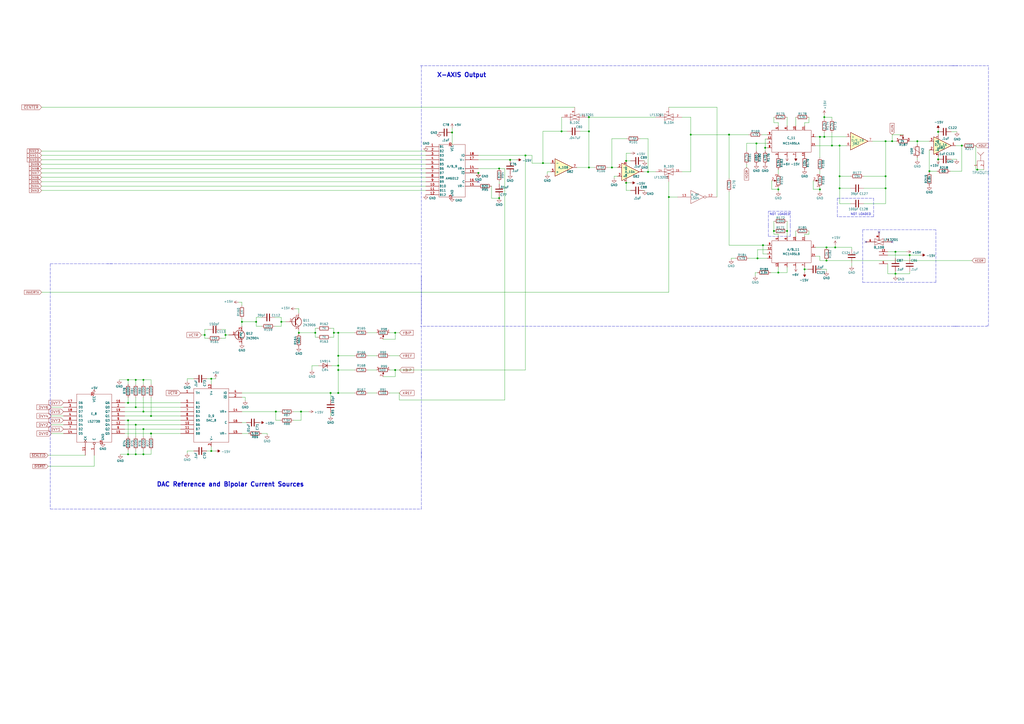
<source format=kicad_sch>
(kicad_sch (version 20211123) (generator eeschema)
  (paper "A2")
  (junction (at 122.555 219.71))
  (junction (at 74.295 233.68))
  (junction (at 487.045 84.455))
  (junction (at 140.335 186.69))
  (junction (at 289.56 114.935))
  (junction (at 478.155 67.945))
  (junction (at 442.595 142.24))
  (junction (at 83.185 248.92))
  (junction (at 487.045 109.22))
  (junction (at 118.745 194.31))
  (junction (at 148.59 186.69))
  (junction (at 173.355 193.04))
  (junction (at 277.495 100.33))
  (junction (at 466.725 156.21))
  (junction (at 475.615 79.375))
  (junction (at 196.215 206.375))
  (junction (at 122.555 261.62))
  (junction (at 566.928 98.425))
  (junction (at 438.785 83.185))
  (junction (at 363.22 93.345))
  (junction (at 375.92 99.695))
  (junction (at 544.195 92.456))
  (junction (at 87.63 241.3))
  (junction (at 544.195 76.454))
  (junction (at 74.295 243.84))
  (junction (at 513.715 81.915))
  (junction (at 74.295 263.525))
  (junction (at 174.625 238.76))
  (junction (at 182.88 193.04))
  (junction (at 448.945 133.985))
  (junction (at 532.13 81.915))
  (junction (at 193.675 193.04))
  (junction (at 130.81 194.31))
  (junction (at 539.115 99.314))
  (junction (at 229.235 193.04))
  (junction (at 400.685 78.105))
  (junction (at 83.185 238.76))
  (junction (at 557.911 84.455))
  (junction (at 439.42 149.86))
  (junction (at 487.045 102.235))
  (junction (at 160.02 238.76))
  (junction (at 456.565 133.985))
  (junction (at 479.425 151.13))
  (junction (at 83.185 220.345))
  (junction (at 484.505 143.51))
  (junction (at 295.91 92.71))
  (junction (at 478.155 79.375))
  (junction (at 262.255 76.835))
  (junction (at 519.43 146.05))
  (junction (at 451.485 109.855))
  (junction (at 163.195 186.69))
  (junction (at 74.295 220.345))
  (junction (at 479.425 143.51))
  (junction (at 422.91 78.105))
  (junction (at 341.63 97.155))
  (junction (at 304.8 90.17))
  (junction (at 78.74 263.525))
  (junction (at 196.215 212.09))
  (junction (at 196.215 227.965))
  (junction (at 229.235 214.63))
  (junction (at 517.525 81.915))
  (junction (at 513.715 109.22))
  (junction (at 387.985 114.3))
  (junction (at 354.965 97.155))
  (junction (at 191.77 227.965))
  (junction (at 87.63 251.46))
  (junction (at 78.74 220.345))
  (junction (at 519.43 158.75))
  (junction (at 443.865 85.725))
  (junction (at 325.755 76.2))
  (junction (at 289.56 97.79))
  (junction (at 341.63 76.2))
  (junction (at 482.6 84.455))
  (junction (at 451.485 158.115))
  (junction (at 475.615 109.855))
  (junction (at 363.22 106.045))
  (junction (at 513.715 102.235))
  (junction (at 341.63 67.945))
  (junction (at 78.74 246.38))
  (junction (at 196.215 214.63))
  (junction (at 83.185 263.525))
  (junction (at 314.96 94.615))
  (junction (at 196.215 193.04))
  (junction (at 527.685 147.955))
  (junction (at 78.74 236.22))
  (no_connect (at 517.525 140.335))
  (no_connect (at 509.905 134.62))
  (no_connect (at 502.285 140.335))
  (no_connect (at 277.495 105.41))
  (wire (pts (xy 490.855 84.455) (xy 487.045 84.455)))
  (wire (pts (xy 262.255 76.835) (xy 262.255 83.82)))
  (wire (pts (xy 471.805 109.855) (xy 471.805 104.775)))
  (wire (pts (xy 24.13 100.33) (xy 247.015 100.33)))
  (wire (pts (xy 466.725 154.94) (xy 466.725 156.21)))
  (polyline (pts (xy 485.775 125.73) (xy 485.775 114.935)))
  (wire (pts (xy 182.88 195.58) (xy 184.15 195.58)))
  (wire (pts (xy 554.99 92.456) (xy 551.815 92.456)))
  (wire (pts (xy 341.63 76.2) (xy 336.55 76.2)))
  (wire (pts (xy 466.725 135.89) (xy 466.725 137.16)))
  (wire (pts (xy 438.15 158.115) (xy 438.15 160.02)))
  (wire (pts (xy 501.015 118.11) (xy 513.715 118.11)))
  (wire (pts (xy 487.045 102.235) (xy 487.045 109.22)))
  (wire (pts (xy 226.06 214.63) (xy 229.235 214.63)))
  (wire (pts (xy 140.335 184.785) (xy 140.335 186.69)))
  (wire (pts (xy 74.295 243.84) (xy 104.775 243.84)))
  (wire (pts (xy 120.015 219.71) (xy 122.555 219.71)))
  (wire (pts (xy 285.115 107.95) (xy 285.115 114.935)))
  (polyline (pts (xy 542.925 133.35) (xy 500.38 133.35)))
  (wire (pts (xy 173.355 181.61) (xy 173.355 179.07)))
  (wire (pts (xy 140.335 227.965) (xy 191.77 227.965)))
  (wire (pts (xy 451.485 109.855) (xy 451.485 111.125)))
  (wire (pts (xy 475.615 151.13) (xy 475.615 148.59)))
  (wire (pts (xy 72.39 243.84) (xy 74.295 243.84)))
  (wire (pts (xy 170.18 243.84) (xy 174.625 243.84)))
  (wire (pts (xy 387.985 114.3) (xy 387.985 169.545)))
  (wire (pts (xy 328.93 76.2) (xy 325.755 76.2)))
  (wire (pts (xy 468.63 156.21) (xy 466.725 156.21)))
  (wire (pts (xy 148.59 186.69) (xy 148.59 189.23)))
  (wire (pts (xy 173.355 179.07) (xy 171.45 179.07)))
  (wire (pts (xy 478.155 67.945) (xy 478.155 69.215)))
  (wire (pts (xy 501.015 109.22) (xy 513.715 109.22)))
  (wire (pts (xy 174.625 238.76) (xy 179.07 238.76)))
  (wire (pts (xy 519.43 146.05) (xy 525.78 146.05)))
  (wire (pts (xy 532.13 81.915) (xy 532.13 83.82)))
  (wire (pts (xy 191.77 227.965) (xy 196.215 227.965)))
  (wire (pts (xy 24.13 169.545) (xy 387.985 169.545)))
  (wire (pts (xy 122.555 261.62) (xy 125.095 261.62)))
  (wire (pts (xy 78.74 260.985) (xy 78.74 263.525)))
  (wire (pts (xy 24.13 95.25) (xy 247.015 95.25)))
  (wire (pts (xy 163.195 189.23) (xy 159.385 189.23)))
  (wire (pts (xy 494.03 152.4) (xy 494.03 154.305)))
  (wire (pts (xy 543.56 99.314) (xy 539.115 99.314)))
  (wire (pts (xy 78.74 230.505) (xy 78.74 236.22)))
  (wire (pts (xy 285.115 114.935) (xy 289.56 114.935)))
  (wire (pts (xy 439.42 149.86) (xy 434.34 149.86)))
  (wire (pts (xy 163.195 184.15) (xy 163.195 186.69)))
  (wire (pts (xy 69.215 220.345) (xy 74.295 220.345)))
  (wire (pts (xy 262.255 74.295) (xy 262.255 76.835)))
  (wire (pts (xy 365.76 88.9) (xy 363.22 88.9)))
  (wire (pts (xy 112.395 219.71) (xy 108.585 219.71)))
  (wire (pts (xy 191.77 190.5) (xy 193.675 190.5)))
  (wire (pts (xy 160.02 238.76) (xy 162.56 238.76)))
  (wire (pts (xy 74.295 263.525) (xy 78.74 263.525)))
  (wire (pts (xy 148.59 184.15) (xy 148.59 186.69)))
  (wire (pts (xy 445.135 78.105) (xy 441.96 78.105)))
  (wire (pts (xy 475.615 99.06) (xy 475.615 100.965)))
  (wire (pts (xy 304.8 90.17) (xy 308.61 90.17)))
  (wire (pts (xy 118.745 191.135) (xy 120.65 191.135)))
  (wire (pts (xy 475.615 109.855) (xy 475.615 111.125)))
  (wire (pts (xy 494.03 143.51) (xy 494.03 144.78)))
  (wire (pts (xy 83.185 222.885) (xy 83.185 220.345)))
  (wire (pts (xy 519.43 158.75) (xy 527.685 158.75)))
  (wire (pts (xy 24.13 87.63) (xy 247.015 87.63)))
  (wire (pts (xy 448.945 71.12) (xy 451.485 71.12)))
  (wire (pts (xy 325.755 67.945) (xy 325.755 76.2)))
  (wire (pts (xy 445.135 149.86) (xy 439.42 149.86)))
  (wire (pts (xy 358.14 102.235) (xy 356.235 102.235)))
  (wire (pts (xy 277.495 92.71) (xy 295.91 92.71)))
  (wire (pts (xy 451.485 108.585) (xy 451.485 109.855)))
  (wire (pts (xy 513.715 102.235) (xy 501.015 102.235)))
  (wire (pts (xy 118.745 196.215) (xy 120.65 196.215)))
  (wire (pts (xy 231.648 232.029) (xy 292.862 232.029)))
  (wire (pts (xy 341.63 67.945) (xy 380.365 67.945)))
  (wire (pts (xy 479.425 151.13) (xy 563.88 151.13)))
  (wire (pts (xy 222.25 218.44) (xy 229.235 218.44)))
  (wire (pts (xy 163.195 186.69) (xy 163.195 189.23)))
  (polyline (pts (xy 506.73 125.73) (xy 485.775 125.73)))
  (wire (pts (xy 196.215 206.375) (xy 196.215 212.09)))
  (wire (pts (xy 173.355 191.77) (xy 173.355 193.04)))
  (wire (pts (xy 513.715 81.915) (xy 513.715 102.235)))
  (wire (pts (xy 469.265 133.985) (xy 469.265 135.89)))
  (wire (pts (xy 191.77 239.395) (xy 191.77 241.3)))
  (wire (pts (xy 229.235 196.85) (xy 229.235 193.04)))
  (wire (pts (xy 184.785 212.09) (xy 180.975 212.09)))
  (wire (pts (xy 24.13 107.95) (xy 247.015 107.95)))
  (polyline (pts (xy 500.38 133.35) (xy 500.38 163.83)))
  (wire (pts (xy 461.645 133.985) (xy 461.645 137.16)))
  (wire (pts (xy 308.61 94.615) (xy 308.61 90.17)))
  (wire (pts (xy 479.425 156.21) (xy 479.425 157.48)))
  (wire (pts (xy 373.38 93.345) (xy 374.015 93.345)))
  (wire (pts (xy 544.195 90.805) (xy 544.195 92.456)))
  (wire (pts (xy 72.39 241.3) (xy 87.63 241.3)))
  (wire (pts (xy 400.685 67.945) (xy 400.685 78.105)))
  (wire (pts (xy 144.145 251.46) (xy 140.335 251.46)))
  (wire (pts (xy 54.61 270.51) (xy 27.94 270.51)))
  (wire (pts (xy 180.975 212.09) (xy 180.975 214.63)))
  (wire (pts (xy 341.63 67.945) (xy 341.63 76.2)))
  (wire (pts (xy 356.235 102.235) (xy 356.235 103.505)))
  (wire (pts (xy 456.565 154.94) (xy 456.565 158.115)))
  (polyline (pts (xy 572.77 188.595) (xy 572.77 189.23)))
  (polyline (pts (xy 445.77 122.555) (xy 458.47 122.555)))
  (wire (pts (xy 289.56 114.3) (xy 289.56 114.935)))
  (wire (pts (xy 69.85 263.525) (xy 74.295 263.525)))
  (wire (pts (xy 354.965 80.391) (xy 354.965 97.155)))
  (wire (pts (xy 295.91 92.71) (xy 299.72 92.71)))
  (wire (pts (xy 551.815 76.454) (xy 555.117 76.454)))
  (wire (pts (xy 122.555 219.71) (xy 125.095 219.71)))
  (wire (pts (xy 112.395 261.62) (xy 108.585 261.62)))
  (wire (pts (xy 527.685 147.955) (xy 534.035 147.955)))
  (wire (pts (xy 438.785 87.63) (xy 438.785 83.185)))
  (wire (pts (xy 148.59 189.23) (xy 151.765 189.23)))
  (wire (pts (xy 469.265 135.89) (xy 466.725 135.89)))
  (wire (pts (xy 24.13 105.41) (xy 247.015 105.41)))
  (wire (pts (xy 304.8 90.17) (xy 304.8 214.63)))
  (wire (pts (xy 415.925 114.3) (xy 415.925 62.23)))
  (wire (pts (xy 482.6 67.945) (xy 482.6 69.215)))
  (polyline (pts (xy 29.21 153.035) (xy 29.21 295.275)))
  (wire (pts (xy 557.911 84.455) (xy 557.911 99.314)))
  (wire (pts (xy 74.295 233.68) (xy 104.775 233.68)))
  (wire (pts (xy 487.045 84.455) (xy 482.6 84.455)))
  (wire (pts (xy 87.63 230.505) (xy 87.63 241.3)))
  (wire (pts (xy 527.685 81.915) (xy 532.13 81.915)))
  (wire (pts (xy 493.395 118.11) (xy 487.045 118.11)))
  (wire (pts (xy 400.685 78.105) (xy 422.91 78.105)))
  (wire (pts (xy 116.84 194.31) (xy 118.745 194.31)))
  (wire (pts (xy 519.43 158.75) (xy 519.43 160.02)))
  (wire (pts (xy 193.675 193.04) (xy 193.675 195.58)))
  (wire (pts (xy 142.24 232.41) (xy 142.24 230.505)))
  (wire (pts (xy 479.425 143.51) (xy 473.075 143.51)))
  (wire (pts (xy 532.13 91.44) (xy 532.13 92.71)))
  (wire (pts (xy 83.185 248.92) (xy 104.775 248.92)))
  (wire (pts (xy 493.395 102.235) (xy 487.045 102.235)))
  (wire (pts (xy 226.06 227.965) (xy 231.648 227.965)))
  (wire (pts (xy 426.72 149.86) (xy 424.18 149.86)))
  (wire (pts (xy 438.785 83.185) (xy 445.135 83.185)))
  (wire (pts (xy 78.74 253.365) (xy 78.74 246.38)))
  (wire (pts (xy 196.215 193.04) (xy 205.74 193.04)))
  (wire (pts (xy 319.405 99.695) (xy 317.5 99.695)))
  (wire (pts (xy 314.96 76.2) (xy 314.96 94.615)))
  (wire (pts (xy 191.77 231.775) (xy 191.77 227.965)))
  (polyline (pts (xy 244.475 295.275) (xy 244.475 260.985)))
  (wire (pts (xy 24.13 110.49) (xy 247.015 110.49)))
  (wire (pts (xy 514.985 158.75) (xy 519.43 158.75)))
  (wire (pts (xy 469.265 71.12) (xy 466.725 71.12)))
  (wire (pts (xy 83.185 263.525) (xy 87.63 263.525)))
  (wire (pts (xy 226.06 193.04) (xy 229.235 193.04)))
  (wire (pts (xy 140.335 186.69) (xy 140.335 189.23)))
  (wire (pts (xy 192.405 212.09) (xy 196.215 212.09)))
  (wire (pts (xy 400.685 67.945) (xy 395.605 67.945)))
  (wire (pts (xy 513.715 109.22) (xy 513.715 102.235)))
  (wire (pts (xy 456.565 67.945) (xy 456.565 73.025)))
  (wire (pts (xy 72.39 238.76) (xy 83.185 238.76)))
  (wire (pts (xy 445.135 144.78) (xy 439.42 144.78)))
  (wire (pts (xy 363.22 88.9) (xy 363.22 93.345)))
  (wire (pts (xy 74.295 253.365) (xy 74.295 243.84)))
  (wire (pts (xy 557.911 84.455) (xy 558.419 84.455)))
  (wire (pts (xy 506.095 81.915) (xy 513.715 81.915)))
  (wire (pts (xy 87.63 220.345) (xy 87.63 222.885)))
  (wire (pts (xy 479.425 143.51) (xy 484.505 143.51)))
  (wire (pts (xy 373.38 110.49) (xy 374.015 110.49)))
  (wire (pts (xy 473.075 79.375) (xy 475.615 79.375)))
  (wire (pts (xy 120.015 261.62) (xy 122.555 261.62)))
  (wire (pts (xy 373.38 99.695) (xy 375.92 99.695)))
  (wire (pts (xy 532.13 81.915) (xy 539.115 81.915)))
  (wire (pts (xy 375.92 99.695) (xy 375.92 80.391)))
  (wire (pts (xy 295.91 92.71) (xy 295.91 93.345)))
  (polyline (pts (xy 243.84 38.1) (xy 555.625 38.1)))
  (wire (pts (xy 514.985 147.955) (xy 527.685 147.955)))
  (wire (pts (xy 475.615 148.59) (xy 473.075 148.59)))
  (wire (pts (xy 539.115 99.314) (xy 539.115 100.076)))
  (polyline (pts (xy 542.925 163.83) (xy 542.925 133.35)))
  (wire (pts (xy 466.725 156.21) (xy 466.725 158.115)))
  (wire (pts (xy 443.865 85.725) (xy 445.135 85.725)))
  (wire (pts (xy 78.74 236.22) (xy 104.775 236.22)))
  (wire (pts (xy 182.88 190.5) (xy 182.88 193.04)))
  (wire (pts (xy 218.44 206.375) (xy 213.36 206.375)))
  (wire (pts (xy 443.865 80.645) (xy 443.865 85.725)))
  (wire (pts (xy 478.155 79.375) (xy 490.855 79.375)))
  (wire (pts (xy 484.505 143.51) (xy 484.505 142.24)))
  (wire (pts (xy 54.61 264.16) (xy 54.61 270.51)))
  (wire (pts (xy 289.56 105.41) (xy 289.56 106.68)))
  (wire (pts (xy 196.215 214.63) (xy 196.215 227.965)))
  (wire (pts (xy 87.63 253.365) (xy 87.63 251.46)))
  (wire (pts (xy 375.92 80.391) (xy 371.221 80.391)))
  (wire (pts (xy 433.07 83.185) (xy 433.07 87.63)))
  (wire (pts (xy 148.59 186.69) (xy 140.335 186.69)))
  (wire (pts (xy 213.36 193.04) (xy 218.44 193.04)))
  (wire (pts (xy 325.755 76.2) (xy 314.96 76.2)))
  (wire (pts (xy 229.235 218.44) (xy 229.235 214.63)))
  (wire (pts (xy 182.88 193.04) (xy 173.355 193.04)))
  (wire (pts (xy 196.215 212.09) (xy 196.215 214.63)))
  (wire (pts (xy 478.155 67.945) (xy 482.6 67.945)))
  (wire (pts (xy 36.83 246.38) (xy 29.845 246.38)))
  (wire (pts (xy 229.235 193.04) (xy 231.775 193.04)))
  (wire (pts (xy 544.195 76.454) (xy 544.195 78.105)))
  (wire (pts (xy 456.565 128.27) (xy 456.565 133.985)))
  (wire (pts (xy 174.625 243.84) (xy 174.625 238.76)))
  (wire (pts (xy 451.485 158.115) (xy 447.04 158.115)))
  (wire (pts (xy 72.39 246.38) (xy 78.74 246.38)))
  (wire (pts (xy 448.945 128.27) (xy 448.945 133.985)))
  (polyline (pts (xy 29.21 295.275) (xy 244.475 295.275)))
  (wire (pts (xy 72.39 236.22) (xy 78.74 236.22)))
  (wire (pts (xy 83.185 230.505) (xy 83.185 238.76)))
  (wire (pts (xy 334.645 97.155) (xy 341.63 97.155)))
  (wire (pts (xy 422.91 78.105) (xy 422.91 103.505)))
  (wire (pts (xy 442.595 142.24) (xy 422.91 142.24)))
  (wire (pts (xy 24.13 102.87) (xy 247.015 102.87)))
  (wire (pts (xy 138.43 175.26) (xy 140.335 175.26)))
  (wire (pts (xy 72.39 251.46) (xy 87.63 251.46)))
  (wire (pts (xy 184.15 190.5) (xy 182.88 190.5)))
  (wire (pts (xy 130.81 191.135) (xy 130.81 194.31)))
  (polyline (pts (xy 458.47 137.16) (xy 458.47 130.81)))
  (wire (pts (xy 130.81 191.135) (xy 128.27 191.135)))
  (wire (pts (xy 519.43 149.86) (xy 519.43 146.05)))
  (wire (pts (xy 83.185 238.76) (xy 104.775 238.76)))
  (polyline (pts (xy 551.815 38.1) (xy 573.405 38.1)))
  (wire (pts (xy 222.25 196.85) (xy 229.235 196.85)))
  (wire (pts (xy 108.585 219.71) (xy 108.585 220.98)))
  (wire (pts (xy 475.615 79.375) (xy 478.155 79.375)))
  (wire (pts (xy 83.185 220.345) (xy 87.63 220.345)))
  (wire (pts (xy 451.485 154.94) (xy 451.485 158.115)))
  (wire (pts (xy 387.985 105.41) (xy 387.985 114.3)))
  (wire (pts (xy 445.135 80.645) (xy 443.865 80.645)))
  (wire (pts (xy 484.505 143.51) (xy 494.03 143.51)))
  (wire (pts (xy 438.785 83.185) (xy 433.07 83.185)))
  (wire (pts (xy 445.135 147.32) (xy 442.595 147.32)))
  (wire (pts (xy 341.63 76.2) (xy 341.63 97.155)))
  (wire (pts (xy 78.74 222.885) (xy 78.74 220.345)))
  (wire (pts (xy 448.945 67.945) (xy 448.945 71.12)))
  (wire (pts (xy 132.715 194.31) (xy 130.81 194.31)))
  (wire (pts (xy 173.355 193.04) (xy 173.355 193.675)))
  (wire (pts (xy 442.595 147.32) (xy 442.595 142.24)))
  (wire (pts (xy 196.215 227.965) (xy 205.74 227.965)))
  (wire (pts (xy 292.862 97.79) (xy 289.56 97.79)))
  (polyline (pts (xy 244.475 266.065) (xy 244.475 38.1)))
  (wire (pts (xy 400.685 78.105) (xy 400.685 99.695)))
  (wire (pts (xy 434.34 78.105) (xy 422.91 78.105)))
  (wire (pts (xy 363.22 106.045) (xy 363.22 110.49)))
  (polyline (pts (xy 506.73 114.935) (xy 506.73 125.73)))
  (wire (pts (xy 218.44 227.965) (xy 213.36 227.965)))
  (wire (pts (xy 142.24 230.505) (xy 140.335 230.505)))
  (wire (pts (xy 375.92 99.695) (xy 380.365 99.695)))
  (wire (pts (xy 87.63 241.3) (xy 104.775 241.3)))
  (wire (pts (xy 487.045 109.22) (xy 487.045 118.11)))
  (wire (pts (xy 160.02 243.84) (xy 160.02 238.76)))
  (wire (pts (xy 422.91 142.24) (xy 422.91 111.125)))
  (wire (pts (xy 277.495 90.17) (xy 304.8 90.17)))
  (wire (pts (xy 451.485 71.12) (xy 451.485 73.025)))
  (wire (pts (xy 557.911 99.314) (xy 551.18 99.314)))
  (wire (pts (xy 218.44 214.63) (xy 213.36 214.63)))
  (wire (pts (xy 447.675 109.855) (xy 447.675 104.775)))
  (wire (pts (xy 24.13 90.17) (xy 247.015 90.17)))
  (wire (pts (xy 314.96 94.615) (xy 308.61 94.615)))
  (wire (pts (xy 523.875 78.105) (xy 517.525 78.105)))
  (polyline (pts (xy 244.475 160.02) (xy 244.475 187.96)))
  (polyline (pts (xy 445.77 130.81) (xy 445.77 122.555)))
  (wire (pts (xy 231.648 227.965) (xy 231.648 232.029)))
  (wire (pts (xy 566.928 98.425) (xy 570.738 98.425)))
  (wire (pts (xy 487.045 102.235) (xy 487.045 84.455)))
  (wire (pts (xy 196.215 193.04) (xy 196.215 206.375)))
  (wire (pts (xy 519.43 157.48) (xy 519.43 158.75)))
  (wire (pts (xy 317.5 99.695) (xy 317.5 100.965)))
  (wire (pts (xy 478.155 66.675) (xy 478.155 67.945)))
  (wire (pts (xy 36.83 251.46) (xy 29.845 251.46)))
  (wire (pts (xy 443.865 87.63) (xy 443.865 85.725)))
  (wire (pts (xy 83.185 253.365) (xy 83.185 248.92)))
  (wire (pts (xy 151.765 251.46) (xy 154.94 251.46)))
  (polyline (pts (xy 445.77 130.81) (xy 445.77 137.16)))
  (wire (pts (xy 475.615 91.44) (xy 475.615 79.375)))
  (wire (pts (xy 193.675 193.04) (xy 196.215 193.04)))
  (wire (pts (xy 514.985 146.05) (xy 519.43 146.05)))
  (wire (pts (xy 319.405 94.615) (xy 314.96 94.615)))
  (wire (pts (xy 24.13 92.71) (xy 247.015 92.71)))
  (wire (pts (xy 482.6 84.455) (xy 473.075 84.455)))
  (wire (pts (xy 517.525 81.915) (xy 520.065 81.915)))
  (wire (pts (xy 170.18 238.76) (xy 174.625 238.76)))
  (wire (pts (xy 36.83 236.22) (xy 29.845 236.22)))
  (wire (pts (xy 341.63 97.155) (xy 344.805 97.155)))
  (wire (pts (xy 476.25 156.21) (xy 479.425 156.21)))
  (wire (pts (xy 363.22 110.49) (xy 365.76 110.49)))
  (wire (pts (xy 193.675 195.58) (xy 191.77 195.58)))
  (wire (pts (xy 445.135 142.24) (xy 442.595 142.24)))
  (wire (pts (xy 182.88 193.04) (xy 182.88 195.58)))
  (polyline (pts (xy 573.405 189.23) (xy 573.405 38.1)))
  (wire (pts (xy 352.425 97.155) (xy 354.965 97.155)))
  (wire (pts (xy 87.63 263.525) (xy 87.63 260.985)))
  (wire (pts (xy 354.965 97.155) (xy 358.14 97.155)))
  (wire (pts (xy 451.485 100.965) (xy 451.485 98.425)))
  (wire (pts (xy 27.94 264.16) (xy 49.53 264.16)))
  (wire (pts (xy 456.565 133.985) (xy 456.565 137.16)))
  (wire (pts (xy 448.945 135.89) (xy 451.485 135.89)))
  (polyline (pts (xy 500.38 163.83) (xy 542.925 163.83)))
  (wire (pts (xy 108.585 261.62) (xy 108.585 262.89)))
  (wire (pts (xy 340.995 67.945) (xy 341.63 67.945)))
  (wire (pts (xy 292.862 232.029) (xy 292.862 97.79)))
  (wire (pts (xy 162.56 243.84) (xy 160.02 243.84)))
  (wire (pts (xy 466.725 71.12) (xy 466.725 73.025)))
  (wire (pts (xy 451.485 109.855) (xy 447.675 109.855)))
  (wire (pts (xy 193.675 190.5) (xy 193.675 193.04)))
  (wire (pts (xy 24.13 62.23) (xy 333.375 62.23)))
  (wire (pts (xy 448.945 133.985) (xy 448.945 135.89)))
  (wire (pts (xy 151.765 184.15) (xy 148.59 184.15)))
  (wire (pts (xy 226.06 206.375) (xy 231.775 206.375)))
  (wire (pts (xy 469.265 67.945) (xy 469.265 71.12)))
  (wire (pts (xy 475.615 109.855) (xy 471.805 109.855)))
  (polyline (pts (xy 458.47 122.555) (xy 458.47 130.81)))
  (wire (pts (xy 83.185 263.525) (xy 83.185 260.985)))
  (wire (pts (xy 539.115 86.995) (xy 539.115 99.314)))
  (wire (pts (xy 514.985 153.035) (xy 514.985 158.75)))
  (wire (pts (xy 140.335 175.26) (xy 140.335 177.165)))
  (wire (pts (xy 387.985 114.3) (xy 393.065 114.3)))
  (wire (pts (xy 130.81 194.31) (xy 130.81 196.215)))
  (wire (pts (xy 439.42 144.78) (xy 439.42 149.86)))
  (wire (pts (xy 479.425 151.13) (xy 475.615 151.13)))
  (wire (pts (xy 475.615 108.585) (xy 475.615 109.855)))
  (wire (pts (xy 456.565 158.115) (xy 451.485 158.115)))
  (wire (pts (xy 122.555 222.885) (xy 122.555 219.71)))
  (polyline (pts (xy 555.625 189.23) (xy 243.84 189.23)))
  (polyline (pts (xy 243.84 153.035) (xy 62.23 153.035)))
  (wire (pts (xy 122.555 259.08) (xy 122.555 261.62)))
  (wire (pts (xy 415.925 62.23) (xy 387.985 62.23)))
  (wire (pts (xy 363.22 93.345) (xy 365.76 93.345)))
  (wire (pts (xy 527.685 158.75) (xy 527.685 157.48)))
  (wire (pts (xy 433.07 95.25) (xy 433.07 97.155)))
  (wire (pts (xy 527.685 149.86) (xy 527.685 147.955)))
  (wire (pts (xy 205.74 206.375) (xy 196.215 206.375)))
  (wire (pts (xy 229.235 214.63) (xy 304.8 214.63)))
  (wire (pts (xy 118.745 191.135) (xy 118.745 194.31)))
  (wire (pts (xy 439.42 158.115) (xy 438.15 158.115)))
  (wire (pts (xy 517.525 78.105) (xy 517.525 81.915)))
  (wire (pts (xy 544.195 75.311) (xy 544.195 76.454)))
  (polyline (pts (xy 553.085 189.23) (xy 572.77 189.23)))
  (polyline (pts (xy 485.775 114.935) (xy 506.73 114.935)))
  (wire (pts (xy 87.63 251.46) (xy 104.775 251.46)))
  (wire (pts (xy 74.295 230.505) (xy 74.295 233.68)))
  (wire (pts (xy 140.335 238.76) (xy 160.02 238.76)))
  (wire (pts (xy 24.13 97.79) (xy 247.015 97.79)))
  (wire (pts (xy 493.395 109.22) (xy 487.045 109.22)))
  (wire (pts (xy 478.155 76.835) (xy 478.155 79.375)))
  (wire (pts (xy 482.6 76.835) (xy 482.6 84.455)))
  (wire (pts (xy 513.715 118.11) (xy 513.715 109.22)))
  (wire (pts (xy 78.74 220.345) (xy 83.185 220.345)))
  (wire (pts (xy 130.81 196.215) (xy 128.27 196.215)))
  (wire (pts (xy 554.355 84.455) (xy 557.911 84.455)))
  (wire (pts (xy 400.685 99.695) (xy 395.605 99.695)))
  (polyline (pts (xy 445.77 137.16) (xy 458.47 137.16)))
  (wire (pts (xy 513.715 81.915) (xy 517.525 81.915)))
  (wire (pts (xy 74.295 222.885) (xy 74.295 220.345)))
  (polyline (pts (xy 29.21 153.035) (xy 65.405 153.035)))
  (wire (pts (xy 72.39 233.68) (xy 74.295 233.68)))
  (wire (pts (xy 72.39 248.92) (xy 83.185 248.92)))
  (wire (pts (xy 451.485 135.89) (xy 451.485 137.16)))
  (wire (pts (xy 74.295 220.345) (xy 78.74 220.345)))
  (wire (pts (xy 424.18 149.86) (xy 424.18 150.495)))
  (wire (pts (xy 163.195 184.15) (xy 159.385 184.15)))
  (wire (pts (xy 36.83 241.3) (xy 29.845 241.3)))
  (wire (pts (xy 365.76 106.045) (xy 363.22 106.045)))
  (wire (pts (xy 154.94 251.46) (xy 154.94 252.095)))
  (wire (pts (xy 566.039 84.455) (xy 566.039 98.425)))
  (wire (pts (xy 277.495 97.79) (xy 289.56 97.79)))
  (wire (pts (xy 118.745 194.31) (xy 118.745 196.215)))
  (wire (pts (xy 78.74 246.38) (xy 104.775 246.38)))
  (wire (pts (xy 78.74 263.525) (xy 83.185 263.525)))
  (wire (pts (xy 165.735 186.69) (xy 163.195 186.69)))
  (wire (pts (xy 74.295 260.985) (xy 74.295 263.525)))
  (wire (pts (xy 205.74 214.63) (xy 196.215 214.63)))
  (wire (pts (xy 363.601 80.391) (xy 354.965 80.391)))
  (wire (pts (xy 566.039 98.425) (xy 566.928 98.425)))
  (wire (pts (xy 461.645 67.945) (xy 461.645 73.025)))
  (wire (pts (xy 140.335 245.11) (xy 142.875 245.11)))
  (text "NOT LOADED" (at 493.395 125.095 0) (effects (font (size 1.27 1.27)) (justify left bottom)))
  (text "X-AXIS Output" (at 253.365 45.085 0) (effects (font (size 2.54 2.54) (thickness 0.508) bold) (justify left bottom)))
  (text "NOT LOADED" (at 446.405 125.095 0) (effects (font (size 1.27 1.27)) (justify left bottom)))
  (text "DAC Reference and Bipolar Current Sources" (at 90.805 282.575 0) (effects (font (size 2.54 2.54) (thickness 0.508) bold) (justify left bottom)))
  (global_label "XLIN" (shape input) (at 517.525 78.105 90) (property "Intersheet References" "${INTERSHEET_REFS}" (effects hide)))
  (global_label "DVX5" (shape input) (at 24.13 105.41 180) (property "Intersheet References" "${INTERSHEET_REFS}" (effects hide)))
  (global_label "DVX3" (shape input) (at 24.13 110.49 180) (property "Intersheet References" "${INTERSHEET_REFS}" (effects hide)))
  (global_label "XBIP" (shape input) (at 231.775 214.63 0) (effects (font (size 1.524 1.524))) (property "Intersheet References" "${INTERSHEET_REFS}" (effects hide)))
  (global_label "INVERTX" (shape input) (at 24.13 169.545 180) (property "Intersheet References" "${INTERSHEET_REFS}" (effects hide)))
  (global_label "DVY7" (shape input) (at 36.83 233.68 180) (effects (font (size 1.524 1.524))) (property "Intersheet References" "${INTERSHEET_REFS}" (effects hide)))
  (global_label "YBIP" (shape input) (at 231.775 193.04 0) (effects (font (size 1.524 1.524))) (property "Intersheet References" "${INTERSHEET_REFS}" (effects hide)))
  (global_label "DVY3" (shape input) (at 36.83 243.84 180) (effects (font (size 1.524 1.524))) (property "Intersheet References" "${INTERSHEET_REFS}" (effects hide)))
  (global_label "DVX6" (shape input) (at 24.13 102.87 180) (property "Intersheet References" "${INTERSHEET_REFS}" (effects hide)))
  (global_label "DVY1" (shape input) (at 36.83 248.92 180) (effects (font (size 1.524 1.524))) (property "Intersheet References" "${INTERSHEET_REFS}" (effects hide)))
  (global_label "YREF" (shape input) (at 231.775 206.375 0) (effects (font (size 1.524 1.524))) (property "Intersheet References" "${INTERSHEET_REFS}" (effects hide)))
  (global_label "DVX7" (shape input) (at 24.13 100.33 180) (property "Intersheet References" "${INTERSHEET_REFS}" (effects hide)))
  (global_label "~{CENTER}" (shape input) (at 24.13 62.23 180) (effects (font (size 1.524 1.524))) (property "Intersheet References" "${INTERSHEET_REFS}" (effects hide)))
  (global_label "DVY4" (shape input) (at 29.845 241.3 180) (effects (font (size 1.524 1.524))) (property "Intersheet References" "${INTERSHEET_REFS}" (effects hide)))
  (global_label "YCOR" (shape input) (at 433.07 97.155 270) (property "Intersheet References" "${INTERSHEET_REFS}" (effects hide)))
  (global_label "DVY5" (shape input) (at 36.83 238.76 180) (effects (font (size 1.524 1.524))) (property "Intersheet References" "${INTERSHEET_REFS}" (effects hide)))
  (global_label "VCTR" (shape input) (at 116.84 194.31 180) (effects (font (size 1.524 1.524))) (property "Intersheet References" "${INTERSHEET_REFS}" (effects hide)))
  (global_label "DVX4" (shape input) (at 24.13 107.95 180) (property "Intersheet References" "${INTERSHEET_REFS}" (effects hide)))
  (global_label "DVY6" (shape input) (at 29.845 236.22 180) (effects (font (size 1.524 1.524))) (property "Intersheet References" "${INTERSHEET_REFS}" (effects hide)))
  (global_label "DVX10" (shape input) (at 24.13 92.71 180) (property "Intersheet References" "${INTERSHEET_REFS}" (effects hide)))
  (global_label "DVY0" (shape input) (at 29.845 251.46 180) (effects (font (size 1.524 1.524))) (property "Intersheet References" "${INTERSHEET_REFS}" (effects hide)))
  (global_label "DVY2" (shape input) (at 29.845 246.38 180) (effects (font (size 1.524 1.524))) (property "Intersheet References" "${INTERSHEET_REFS}" (effects hide)))
  (global_label "XCOR" (shape input) (at 563.88 151.13 0) (property "Intersheet References" "${INTERSHEET_REFS}" (effects hide)))
  (global_label "~{DVX12}" (shape input) (at 24.13 87.63 180) (property "Intersheet References" "${INTERSHEET_REFS}" (effects hide)))
  (global_label "XREF" (shape input) (at 231.648 227.965 0) (effects (font (size 1.524 1.524))) (property "Intersheet References" "${INTERSHEET_REFS}" (effects hide)))
  (global_label "DVX9" (shape input) (at 24.13 95.25 180) (property "Intersheet References" "${INTERSHEET_REFS}" (effects hide)))
  (global_label "DVX8" (shape input) (at 24.13 97.79 180) (property "Intersheet References" "${INTERSHEET_REFS}" (effects hide)))
  (global_label "XOUT" (shape input) (at 566.039 84.455 0) (property "Intersheet References" "${INTERSHEET_REFS}" (effects hide)))
  (global_label "~{DISRST}" (shape input) (at 27.94 270.51 180) (property "Intersheet References" "${INTERSHEET_REFS}" (effects hide)))
  (global_label "DVX11" (shape input) (at 24.13 90.17 180) (property "Intersheet References" "${INTERSHEET_REFS}" (effects hide)))
  (global_label "~{SCALELD}" (shape input) (at 27.94 264.16 180) (property "Intersheet References" "${INTERSHEET_REFS}" (effects hide)))
  (global_label "~{VCTR}" (shape input) (at 104.775 227.965 180) (effects (font (size 1.524 1.524))) (property "Intersheet References" "${INTERSHEET_REFS}" (effects hide)))
  (symbol (lib_id "power:GND") (at 180.975 214.63 0) (unit 1)
    (property "Reference" "#PWR0398" (effects hide))
    (property "Value" "GND" (at 180.975 218.44 0))
  )
  (symbol (lib_id "power:+15V") (at 484.505 142.24 0) (unit 1)
    (property "Reference" "#PWR0353" (effects hide))
    (property "Value" "+15V" (at 484.886 137.8458 0))
  )
  (symbol (lib_id "Device:C") (at 155.575 184.15 270) (unit 1)
    (property "Reference" "C112" (at 157.48 182.88 90) (effects (justify left)))
    (property "Value" "39pF" (at 149.225 182.88 90) (effects (justify left)))
    (property "Footprint" "Star_Wars_Vector_PCB:CapBrown" (effects hide))
  )
  (symbol (lib_id "power:GND") (at 443.865 95.25 0) (unit 1)
    (property "Reference" "#PWR0352" (effects hide))
    (property "Value" "GND" (at 443.865 99.06 0))
  )
  (symbol (lib_id "atari_grav_bw:POT") (at 475.615 104.775 180) (unit 1)
    (property "Reference" "R189" (at 477.647 107.188 90) (effects (justify right)))
    (property "Value" "10k" (at 475.615 106.426 90) (effects (justify right)))
    (property "Footprint" "Star_Wars_Vector_PCB:PotBlue" (effects hide))
  )
  (symbol (lib_id "power:GND") (at 108.585 220.98 0) (unit 1)
    (property "Reference" "#PWR0399" (effects hide))
    (property "Value" "GND" (at 108.585 224.79 0))
  )
  (symbol (lib_id "Star_Wars_Vector_PCB:LF13201") (at 509.905 140.335 0) (unit 2)
    (property "Reference" "B_10" (at 509.905 143.51 0))
    (property "Value" "LF13201" (at 516.89 139.065 0))
    (property "Footprint" "Star_Wars_Vector_PCB:DIP16" (effects hide))
  )
  (symbol (lib_id "power:+5V") (at 262.255 74.295 0) (unit 1)
    (property "Reference" "#PWR0377" (effects hide))
    (property "Value" "+5V" (at 265.43 72.39 0))
  )
  (symbol (lib_id "Star_Wars_Vector_PCB:AM6012") (at 262.255 97.79 0) (unit 1)
    (property "Reference" "A/B_9" (at 262.255 96.52 0))
    (property "Value" "AM6012" (at 262.255 103.505 0))
    (property "Footprint" "Star_Wars_Vector_PCB:DIP20" (effects hide))
  )
  (symbol (lib_id "Device:R") (at 433.07 91.44 180) (unit 1)
    (property "Reference" "R181" (at 434.975 91.44 90))
    (property "Value" "2.7k" (at 433.07 91.44 90))
    (property "Footprint" "Star_Wars_Vector_PCB:GenericComp" (effects hide))
  )
  (symbol (lib_id "power:+15V") (at 138.43 175.26 90) (unit 1)
    (property "Reference" "#PWR0405" (effects hide))
    (property "Value" "+15V" (at 135.1788 174.879 90) (effects (justify left)))
  )
  (symbol (lib_id "Device:R") (at 443.865 91.44 180) (unit 1)
    (property "Reference" "R176" (at 445.77 91.44 90))
    (property "Value" "470" (at 443.865 91.44 90))
    (property "Footprint" "Star_Wars_Vector_PCB:GenericComp" (effects hide))
  )
  (symbol (lib_id "Device:C") (at 146.685 245.11 270) (unit 1)
    (property "Reference" "C71" (at 149.225 245.745 0) (effects (justify left)))
    (property "Value" ".01uF" (at 144.145 245.745 0) (effects (justify left)))
    (property "Footprint" "Star_Wars_Vector_PCB:GenericComp" (effects hide))
  )
  (symbol (lib_id "power:GND") (at 475.615 111.125 0) (unit 1)
    (property "Reference" "#PWR0354" (effects hide))
    (property "Value" "GND" (at 475.615 114.935 0))
  )
  (symbol (lib_id "power:GND") (at 289.56 114.935 0) (unit 1)
    (property "Reference" "#PWR0372" (effects hide))
    (property "Value" "GND" (at 289.56 118.745 0))
  )
  (symbol (lib_id "power:-15V") (at 299.72 92.71 270) (unit 1)
    (property "Reference" "#PWR0379" (effects hide))
    (property "Value" "-15V" (at 302.9712 93.091 90) (effects (justify left)))
  )
  (symbol (lib_id "power:GND") (at 356.235 103.505 0) (unit 1)
    (property "Reference" "#PWR0371" (effects hide))
    (property "Value" "GND" (at 356.235 107.315 0))
  )
  (symbol (lib_id "atari_grav_bw:POT") (at 222.25 193.04 270) (unit 1)
    (property "Reference" "R98" (at 224.663 191.008 90) (effects (justify right)))
    (property "Value" "500" (at 223.901 193.04 90) (effects (justify right)))
    (property "Footprint" "Star_Wars_Vector_PCB:PotBlk" (effects hide))
  )
  (symbol (lib_id "Device:R") (at 173.355 197.485 180) (unit 1)
    (property "Reference" "R164" (at 171.323 197.485 90))
    (property "Value" "560" (at 173.355 197.485 90))
    (property "Footprint" "Star_Wars_Vector_PCB:GenericComp" (effects hide))
  )
  (symbol (lib_id "power:+6V") (at 461.645 154.94 180) (unit 1)
    (property "Reference" "#PWR0356" (effects hide))
    (property "Value" "+6V" (at 461.264 159.3342 0))
  )
  (symbol (lib_id "Device:R") (at 209.55 206.375 270) (unit 1)
    (property "Reference" "R166" (at 209.55 204.47 90))
    (property "Value" "7.5K" (at 209.55 206.375 90))
    (property "Footprint" "Star_Wars_Vector_PCB:GenericComp" (effects hide))
  )
  (symbol (lib_id "power:GND") (at 374.015 110.49 0) (unit 1)
    (property "Reference" "#PWR0383" (effects hide))
    (property "Value" "GND" (at 377.19 112.395 0))
  )
  (symbol (lib_id "Device:R") (at 438.785 91.44 180) (unit 1)
    (property "Reference" "R180" (at 440.69 91.44 90))
    (property "Value" "680" (at 438.785 91.44 90))
    (property "Footprint" "Star_Wars_Vector_PCB:GenericComp" (effects hide))
  )
  (symbol (lib_id "power:+6V") (at 456.565 90.805 180) (unit 1)
    (property "Reference" "#PWR0366" (effects hide))
    (property "Value" "+6V" (at 456.184 95.1992 0))
  )
  (symbol (lib_id "Device:R") (at 465.455 133.985 270) (unit 1)
    (property "Reference" "R185" (at 465.455 132.08 90))
    (property "Value" "2.2k" (at 465.455 133.985 90))
    (property "Footprint" "Star_Wars_Vector_PCB:GenericComp" (effects hide))
  )
  (symbol (lib_id "Device:R") (at 479.425 147.32 0) (unit 1)
    (property "Reference" "R182" (at 481.457 147.32 90))
    (property "Value" "1k" (at 479.425 147.32 90))
    (property "Footprint" "Star_Wars_Vector_PCB:GenericComp" (effects hide))
  )
  (symbol (lib_id "Device:C") (at 548.005 76.454 270) (unit 1)
    (property "Reference" "C122" (at 550.037 74.168 90) (effects (justify left)))
    (property "Value" ".1uF" (at 546.481 80.391 90) (effects (justify left)))
    (property "Footprint" "Star_Wars_Vector_PCB:GenericComp" (effects hide))
  )
  (symbol (lib_id "Device:C") (at 258.445 76.835 270) (unit 1)
    (property "Reference" "C78" (at 256.794 72.39 90) (effects (justify left)))
    (property "Value" ".1uF" (at 256.54 81.28 90) (effects (justify left)))
    (property "Footprint" "Star_Wars_Vector_PCB:GenericComp" (effects hide))
  )
  (symbol (lib_id "Device:R") (at 281.305 107.95 270) (unit 1)
    (property "Reference" "R95" (at 281.305 109.982 90))
    (property "Value" "820" (at 281.305 107.95 90))
    (property "Footprint" "Star_Wars_Vector_PCB:GenericComp" (effects hide))
  )
  (symbol (lib_id "power:GND") (at 539.115 107.696 0) (unit 1)
    (property "Reference" "#PWR0360" (effects hide))
    (property "Value" "GND" (at 539.115 111.506 0))
  )
  (symbol (lib_id "power:GND") (at 424.18 150.495 0) (unit 1)
    (property "Reference" "#PWR0385" (effects hide))
    (property "Value" "GND" (at 424.18 154.305 0))
  )
  (symbol (lib_id "power:GND") (at 438.785 95.25 0) (unit 1)
    (property "Reference" "#PWR0382" (effects hide))
    (property "Value" "GND" (at 438.785 99.06 0))
  )
  (symbol (lib_id "atari_grav_bw:082") (at 546.735 84.455 0) (mirror x) (unit 1)
    (property "Reference" "D/E_1" (at 542.036 83.947 0) (effects (justify left)))
    (property "Value" "082" (at 544.449 85.725 0) (effects (justify left)))
    (property "Footprint" "Star_Wars_Vector_PCB:DIP8" (effects hide))
  )
  (symbol (lib_id "Device:R") (at 438.15 78.105 270) (unit 1)
    (property "Reference" "R169" (at 438.15 76.2 90))
    (property "Value" "470" (at 438.15 78.105 90))
    (property "Footprint" "Star_Wars_Vector_PCB:GenericComp" (effects hide))
  )
  (symbol (lib_id "Device:R") (at 452.755 67.945 270) (unit 1)
    (property "Reference" "R175" (at 452.755 66.04 90))
    (property "Value" "2.2k" (at 452.755 67.945 90))
    (property "Footprint" "Star_Wars_Vector_PCB:GenericComp" (effects hide))
  )
  (symbol (lib_id "power:GND") (at 262.255 114.3 0) (unit 1)
    (property "Reference" "#PWR0373" (effects hide))
    (property "Value" "GND" (at 266.065 116.205 0))
  )
  (symbol (lib_id "Device:R") (at 124.46 196.215 270) (unit 1)
    (property "Reference" "R161" (at 124.46 198.247 90))
    (property "Value" "15K" (at 124.46 196.215 90))
    (property "Footprint" "Star_Wars_Vector_PCB:GenericComp" (effects hide))
  )
  (symbol (lib_id "Device:R") (at 87.63 257.175 180) (unit 1)
    (property "Reference" "R77" (at 85.598 257.175 90))
    (property "Value" "100K" (at 87.63 257.175 90))
    (property "Footprint" "Star_Wars_Vector_PCB:GenericComp" (effects hide))
  )
  (symbol (lib_id "Device:C") (at 295.91 97.155 180) (unit 1)
    (property "Reference" "C76" (at 299.72 95.25 0) (effects (justify left)))
    (property "Value" ".1uF" (at 300.99 99.06 0) (effects (justify left)))
    (property "Footprint" "Star_Wars_Vector_PCB:GenericComp" (effects hide))
  )
  (symbol (lib_id "power:GND") (at 154.94 252.095 0) (unit 1)
    (property "Reference" "#PWR0395" (effects hide))
    (property "Value" "GND" (at 154.94 255.905 0))
  )
  (symbol (lib_id "power:-15V") (at 534.035 147.955 270) (unit 1)
    (property "Reference" "#PWR0368" (effects hide))
    (property "Value" "-15V" (at 537.2862 148.336 90) (effects (justify left)))
  )
  (symbol (lib_id "Device:R") (at 222.25 206.375 270) (unit 1)
    (property "Reference" "R90" (at 222.25 204.47 90))
    (property "Value" "100" (at 222.25 206.375 90))
    (property "Footprint" "Star_Wars_Vector_PCB:GenericComp" (effects hide))
  )
  (symbol (lib_id "atari_grav_bw:082") (at 498.475 81.915 0) (unit 2)
    (property "Reference" "D/E_1" (at 497.459 81.407 0))
    (property "Value" "082" (at 496.57 83.312 0))
    (property "Footprint" "Star_Wars_Vector_PCB:DIP8" (effects hide))
  )
  (symbol (lib_id "Device:R") (at 348.615 97.155 270) (unit 1)
    (property "Reference" "R100" (at 348.615 99.187 90))
    (property "Value" "7.5K" (at 348.615 97.155 90))
    (property "Footprint" "Star_Wars_Vector_PCB:GenericComp" (effects hide))
  )
  (symbol (lib_id "power:GND") (at 191.77 241.3 0) (unit 1)
    (property "Reference" "#PWR0390" (effects hide))
    (property "Value" "GND" (at 191.77 245.11 0))
  )
  (symbol (lib_id "power:+15V") (at 171.45 179.07 90) (unit 1)
    (property "Reference" "#PWR0402" (effects hide))
    (property "Value" "+15V" (at 168.1988 178.689 90) (effects (justify left)))
  )
  (symbol (lib_id "Device:R") (at 539.115 103.886 0) (unit 1)
    (property "Reference" "R219" (at 537.21 103.886 90))
    (property "Value" "6.8k" (at 539.115 104.013 90))
    (property "Footprint" "Star_Wars_Vector_PCB:GenericComp" (effects hide))
  )
  (symbol (lib_id "power:+5V") (at 125.095 219.71 0) (unit 1)
    (property "Reference" "#PWR0394" (effects hide))
    (property "Value" "+5V" (at 125.095 216.154 0))
  )
  (symbol (lib_id "power:-15V") (at 466.725 158.115 180) (unit 1)
    (property "Reference" "#PWR0357" (effects hide))
    (property "Value" "-15V" (at 466.344 162.5092 0))
  )
  (symbol (lib_id "power:+15V") (at 478.155 66.675 0) (unit 1)
    (property "Reference" "#PWR0365" (effects hide))
    (property "Value" "+15V" (at 478.536 63.4238 90) (effects (justify left)))
  )
  (symbol (lib_id "Device:C") (at 116.205 219.71 270) (unit 1)
    (property "Reference" "C73" (at 118.745 220.345 0) (effects (justify left)))
    (property "Value" ".1uF" (at 113.665 220.345 0) (effects (justify left)))
    (property "Footprint" "Star_Wars_Vector_PCB:GenericComp" (effects hide))
  )
  (symbol (lib_id "Star_Wars_Vector_PCB:LF13201") (at 333.375 67.945 0) (unit 3)
    (property "Reference" "B_10" (at 333.375 71.12 0))
    (property "Value" "LF13201" (at 340.36 66.675 0))
    (property "Footprint" "Star_Wars_Vector_PCB:DIP16" (effects hide))
  )
  (symbol (lib_id "power:GND") (at 247.015 85.09 0) (unit 1)
    (property "Reference" "#PWR0375" (effects hide))
    (property "Value" "GND" (at 247.142 83.185 0))
  )
  (symbol (lib_id "Device:R") (at 475.615 95.25 180) (unit 1)
    (property "Reference" "R188" (at 477.52 95.25 90))
    (property "Value" "5.6k" (at 475.615 95.25 90))
    (property "Footprint" "Star_Wars_Vector_PCB:GenericComp" (effects hide))
  )
  (symbol (lib_id "power:GND") (at 69.215 220.345 0) (unit 1)
    (property "Reference" "#PWR0401" (effects hide))
    (property "Value" "GND" (at 69.215 224.155 0))
  )
  (symbol (lib_id "Device:C") (at 527.685 153.67 0) (unit 1)
    (property "Reference" "C86" (at 528.32 151.13 0) (effects (justify left)))
    (property "Value" ".1uF" (at 528.32 156.21 0) (effects (justify left)))
    (property "Footprint" "Star_Wars_Vector_PCB:GenericComp" (effects hide))
  )
  (symbol (lib_id "Device:C") (at 548.005 92.456 270) (unit 1)
    (property "Reference" "C123" (at 548.64 89.281 90) (effects (justify left)))
    (property "Value" ".1uF" (at 544.195 89.281 90) (effects (justify left)))
    (property "Footprint" "Star_Wars_Vector_PCB:GenericComp" (effects hide))
  )
  (symbol (lib_id "power:GND") (at 451.485 111.125 0) (unit 1)
    (property "Reference" "#PWR0355" (effects hide))
    (property "Value" "GND" (at 451.485 114.935 0))
  )
  (symbol (lib_id "power:GND") (at 466.725 98.425 0) (unit 1)
    (property "Reference" "#PWR0351" (effects hide))
    (property "Value" "GND" (at 466.725 102.235 0))
  )
  (symbol (lib_id "Star_Wars_Vector_PCB:LS04") (at 404.495 114.3 0) (unit 6)
    (property "Reference" "K_9" (at 403.225 113.03 0))
    (property "Value" "LS04" (at 403.225 114.935 0))
    (property "Footprint" "Star_Wars_Vector_PCB:DIP14" (effects hide))
  )
  (symbol (lib_id "power:GND") (at 277.495 100.33 0) (unit 1)
    (property "Reference" "#PWR0380" (effects hide))
    (property "Value" "GND" (at 281.305 102.235 0))
  )
  (symbol (lib_id "Device:Varistor") (at 532.13 87.63 0) (unit 1)
    (property "Reference" "RV2" (at 535.305 87.63 90))
    (property "Value" "VDR" (at 528.955 87.63 90))
    (property "Footprint" "Star_Wars_Vector_PCB:GenericComp" (effects hide))
  )
  (symbol (lib_id "Device:R") (at 478.155 73.025 180) (unit 1)
    (property "Reference" "R174" (at 480.06 73.025 90))
    (property "Value" "2.2k" (at 478.155 73.025 90))
    (property "Footprint" "Star_Wars_Vector_PCB:GenericComp" (effects hide))
  )
  (symbol (lib_id "power:+5V") (at 54.61 228.6 0) (unit 1)
    (property "Reference" "#PWR0483" (effects hide))
    (property "Value" "+5V" (at 54.61 225.044 0))
  )
  (symbol (lib_id "atari_grav_bw:082") (at 327.025 97.155 0) (mirror x) (unit 2)
    (property "Reference" "A_10" (at 326.771 97.155 0))
    (property "Value" "082" (at 330.708 99.568 0))
    (property "Footprint" "Star_Wars_Vector_PCB:DIP8" (effects hide))
  )
  (symbol (lib_id "power:GND") (at 295.91 100.965 0) (unit 1)
    (property "Reference" "#PWR0376" (effects hide))
    (property "Value" "GND" (at 295.91 104.775 0))
  )
  (symbol (lib_id "Device:R") (at 466.725 94.615 180) (unit 1)
    (property "Reference" "R179" (at 468.63 94.615 90))
    (property "Value" "10k" (at 466.725 94.615 90))
    (property "Footprint" "Star_Wars_Vector_PCB:GenericComp" (effects hide))
  )
  (symbol (lib_id "power:GND") (at 494.03 154.305 0) (unit 1)
    (property "Reference" "#PWR0363" (effects hide))
    (property "Value" "GND" (at 494.03 158.115 0))
  )
  (symbol (lib_id "Device:R") (at 451.485 94.615 180) (unit 1)
    (property "Reference" "R183" (at 453.39 94.615 90))
    (property "Value" "3.9k" (at 451.485 94.615 90))
    (property "Footprint" "Star_Wars_Vector_PCB:GenericComp" (effects hide))
  )
  (symbol (lib_id "Transistor_BJT:2N3906") (at 170.815 186.69 0) (mirror x) (unit 1)
    (property "Reference" "Q11" (at 175.6664 185.7815 0) (effects (justify left)))
    (property "Value" "2N3906" (at 175.6664 188.5566 0) (effects (justify left)))
    (property "Footprint" "quantum_arcade_pcb:GenTrans" (effects hide))
    (property "Datasheet" "https://www.onsemi.com/pub/Collateral/2N3906-D.PDF" (effects hide))
  )
  (symbol (lib_id "quantum_arcade_pcb:MC1495LA") (at 459.105 81.915 0) (unit 1)
    (property "Reference" "C_11" (at 456.565 80.01 0) (effects (justify left)))
    (property "Value" "MC1495LA" (at 454.025 83.185 0) (effects (justify left)))
    (property "Footprint" "Star_Wars_Vector_PCB:DIP14" (effects hide))
  )
  (symbol (lib_id "power:GND") (at 254.635 76.835 0) (unit 1)
    (property "Reference" "#PWR0378" (effects hide))
    (property "Value" "GND" (at 251.714 76.962 0))
  )
  (symbol (lib_id "power:+15V") (at 525.78 146.05 270) (unit 1)
    (property "Reference" "#PWR0369" (effects hide))
    (property "Value" "+15V" (at 529.0312 146.431 90) (effects (justify left)))
  )
  (symbol (lib_id "power:GND") (at 555.117 76.454 0) (unit 1)
    (property "Reference" "#PWR0361" (effects hide))
    (property "Value" "GND" (at 555.244 80.772 0))
  )
  (symbol (lib_id "Device:D") (at 188.595 212.09 180) (unit 1)
    (property "Reference" "CR4" (at 188.595 214.63 0))
    (property "Value" "1N914" (at 188.595 209.55 0))
    (property "Footprint" "quantum_arcade_pcb:Diode" (effects hide))
  )
  (symbol (lib_id "Device:R") (at 452.755 133.985 270) (unit 1)
    (property "Reference" "R171" (at 452.755 132.08 90))
    (property "Value" "2.2K" (at 452.755 133.985 90))
    (property "Footprint" "Star_Wars_Vector_PCB:GenericComp" (effects hide))
  )
  (symbol (lib_id "power:-15V") (at 461.645 90.805 180) (unit 1)
    (property "Reference" "#PWR0367" (effects hide))
    (property "Value" "-15V" (at 461.264 95.1992 0))
  )
  (symbol (lib_id "atari_grav_bw:POT") (at 222.25 214.63 270) (unit 1)
    (property "Reference" "R99" (at 224.663 212.598 90) (effects (justify right)))
    (property "Value" "500" (at 223.901 214.63 90) (effects (justify right)))
    (property "Footprint" "Star_Wars_Vector_PCB:PotBlk" (effects hide))
  )
  (symbol (lib_id "Device:R") (at 83.185 257.175 180) (unit 1)
    (property "Reference" "R76" (at 81.153 257.175 90))
    (property "Value" "100K" (at 83.185 257.175 90))
    (property "Footprint" "Star_Wars_Vector_PCB:GenericComp" (effects hide))
  )
  (symbol (lib_id "power:GND") (at 140.335 199.39 0) (unit 1)
    (property "Reference" "#PWR0404" (effects hide))
    (property "Value" "GND" (at 140.335 203.2 0))
  )
  (symbol (lib_id "power:GND") (at 247.015 113.03 0) (unit 1)
    (property "Reference" "#PWR0374" (effects hide))
    (property "Value" "GND" (at 250.825 114.935 0))
  )
  (symbol (lib_id "atari_grav_bw:POT") (at 523.875 81.915 90) (unit 1)
    (property "Reference" "R187" (at 521.462 83.947 90) (effects (justify right)))
    (property "Value" "2k" (at 522.224 81.915 90) (effects (justify right)))
    (property "Footprint" "Star_Wars_Vector_PCB:PotBlue" (effects hide))
  )
  (symbol (lib_id "power:GND") (at 374.015 93.345 0) (unit 1)
    (property "Reference" "#PWR0387" (effects hide))
    (property "Value" "GND" (at 373.888 97.155 0))
  )
  (symbol (lib_id "Device:C") (at 519.43 153.67 0) (unit 1)
    (property "Reference" "C87" (at 520.065 151.13 0) (effects (justify left)))
    (property "Value" ".1uF" (at 520.065 156.21 0) (effects (justify left)))
    (property "Footprint" "Star_Wars_Vector_PCB:GenericComp" (effects hide))
  )
  (symbol (lib_id "Device:C") (at 289.56 110.49 180) (unit 1)
    (property "Reference" "C77" (at 294.005 113.03 0) (effects (justify left)))
    (property "Value" ".01uF" (at 295.275 108.585 0) (effects (justify left)))
    (property "Footprint" "quantum_arcade_pcb:CapSmall" (effects hide))
  )
  (symbol (lib_id "Device:R") (at 87.63 226.695 180) (unit 1)
    (property "Reference" "R79" (at 85.598 226.695 90))
    (property "Value" "100K" (at 87.63 226.695 90))
    (property "Footprint" "Star_Wars_Vector_PCB:GenericComp" (effects hide))
  )
  (symbol (lib_id "Star_Wars_Vector_PCB:LF13201") (at 387.985 99.695 180) (unit 4)
    (property "Reference" "B_10" (at 387.985 96.52 0))
    (property "Value" "LF13201" (at 383.54 102.87 0))
    (property "Footprint" "Star_Wars_Vector_PCB:DIP16" (effects hide))
  )
  (symbol (lib_id "Device:R") (at 422.91 107.315 180) (unit 1)
    (property "Reference" "R170" (at 425.831 106.934 90))
    (property "Value" "470" (at 422.91 107.315 90))
    (property "Footprint" "Star_Wars_Vector_PCB:GenericComp" (effects hide))
  )
  (symbol (lib_id "power:GND") (at 317.5 100.965 0) (unit 1)
    (property "Reference" "#PWR0389" (effects hide))
    (property "Value" "GND" (at 317.5 104.775 0))
  )
  (symbol (lib_id "power:GND") (at 438.15 160.02 0) (unit 1)
    (property "Reference" "#PWR0384" (effects hide))
    (property "Value" "GND" (at 438.15 163.83 0))
  )
  (symbol (lib_id "power:GND") (at 108.585 262.89 0) (unit 1)
    (property "Reference" "#PWR0397" (effects hide))
    (property "Value" "GND" (at 108.585 266.7 0))
  )
  (symbol (lib_id "atari_grav_bw:NPN") (at 139.065 194.31 0) (unit 1)
    (property "Reference" "Q12" (at 142.6464 193.4015 0) (effects (justify left)))
    (property "Value" "2N3904" (at 142.6464 196.1766 0) (effects (justify left)))
    (property "Footprint" "quantum_arcade_pcb:GenTrans" (effects hide))
  )
  (symbol (lib_id "Device:R") (at 155.575 189.23 270) (unit 1)
    (property "Reference" "R159" (at 155.575 191.262 90))
    (property "Value" "10K" (at 155.575 189.23 90))
    (property "Footprint" "Star_Wars_Vector_PCB:GenericComp" (effects hide))
  )
  (symbol (lib_id "Device:R") (at 166.37 243.84 270) (unit 1)
    (property "Reference" "R88" (at 166.37 245.872 90))
    (property "Value" "7.5K" (at 166.37 243.84 90))
    (property "Footprint" "Star_Wars_Vector_PCB:GenericComp" (effects hide))
  )
  (symbol (lib_id "power:GND") (at 69.85 263.525 0) (unit 1)
    (property "Reference" "#PWR0400" (effects hide))
    (property "Value" "GND" (at 69.85 267.335 0))
  )
  (symbol (lib_id "Device:C") (at 369.57 93.345 270) (unit 1)
    (property "Reference" "C89" (at 371.475 91.44 90) (effects (justify left)))
    (property "Value" ".1uF" (at 367.665 96.52 90) (effects (justify left)))
    (property "Footprint" "Star_Wars_Vector_PCB:GenericComp" (effects hide))
  )
  (symbol (lib_id "Device:R") (at 443.23 158.115 90) (unit 1)
    (property "Reference" "R186" (at 443.23 156.21 90))
    (property "Value" "3.9k" (at 443.23 158.115 90))
    (property "Footprint" "Star_Wars_Vector_PCB:GenericComp" (effects hide))
  )
  (symbol (lib_id "Device:R") (at 209.55 193.04 270) (unit 1)
    (property "Reference" "R165" (at 209.55 190.5 90))
    (property "Value" "7.5k" (at 209.55 193.04 90))
    (property "Footprint" "Star_Wars_Vector_PCB:GenericComp" (effects hide))
  )
  (symbol (lib_id "atari_grav_bw:POT") (at 451.485 104.775 180) (unit 1)
    (property "Reference" "R192" (at 453.517 107.188 90) (effects (justify right)))
    (property "Value" "10k" (at 451.485 106.426 90) (effects (justify right)))
    (property "Footprint" "Star_Wars_Vector_PCB:PotBlue" (effects hide))
  )
  (symbol (lib_id "power:-15V") (at 150.495 245.11 270) (unit 1)
    (property "Reference" "#PWR0392" (effects hide))
    (property "Value" "-15V" (at 153.7462 245.491 90) (effects (justify left)))
  )
  (symbol (lib_id "Device:R") (at 83.185 226.695 180) (unit 1)
    (property "Reference" "R80" (at 81.153 226.695 90))
    (property "Value" "100K" (at 83.185 226.695 90))
    (property "Footprint" "Star_Wars_Vector_PCB:GenericComp" (effects hide))
  )
  (symbol (lib_id "quantum_arcade_pcb:MC1495LB") (at 459.105 146.05 0) (unit 1)
    (property "Reference" "A/B_11" (at 456.565 144.78 0) (effects (justify left)))
    (property "Value" "MC1495LB" (at 454.025 147.32 0) (effects (justify left)))
    (property "Footprint" "Star_Wars_Vector_PCB:DIP14" (effects hide))
  )
  (symbol (lib_id "power:-15V") (at 125.095 261.62 270) (unit 1)
    (property "Reference" "#PWR0396" (effects hide))
    (property "Value" "-15V" (at 128.3462 262.001 90) (effects (justify left)))
  )
  (symbol (lib_id "power:+15V") (at 544.195 92.456 180) (unit 1)
    (property "Reference" "#PWR0537" (effects hide))
    (property "Value" "+15V" (at 544.576 96.012 0) (effects (justify left)))
  )
  (symbol (lib_id "Device:R") (at 222.25 227.965 270) (unit 1)
    (property "Reference" "R91" (at 222.25 226.06 90))
    (property "Value" "100" (at 222.25 227.965 90))
    (property "Footprint" "Star_Wars_Vector_PCB:GenericComp" (effects hide))
  )
  (symbol (lib_id "Device:C") (at 332.74 76.2 270) (unit 1)
    (property "Reference" "C80" (at 334.01 73.66 90) (effects (justify left)))
    (property "Value" ".047uF" (at 330.2 80.01 90) (effects (justify left)))
    (property "Footprint" "Star_Wars_Vector_PCB:CapYellow" (effects hide))
  )
  (symbol (lib_id "Device:C") (at 497.205 109.22 270) (unit 1)
    (property "Reference" "C127" (at 498.475 112.395 90) (effects (justify left)))
    (property "Value" "39pf" (at 493.395 112.395 90) (effects (justify left)))
    (property "Footprint" "Star_Wars_Vector_PCB:CapBrown" (effects hide))
  )
  (symbol (lib_id "Device:R") (at 430.53 149.86 90) (unit 1)
    (property "Reference" "R184" (at 430.53 147.955 90))
    (property "Value" "470" (at 430.53 149.86 90))
    (property "Footprint" "Star_Wars_Vector_PCB:GenericComp" (effects hide))
  )
  (symbol (lib_id "Device:C") (at 494.03 148.59 180) (unit 1)
    (property "Reference" "C124" (at 493.395 146.685 0) (effects (justify left)))
    (property "Value" ".1uF" (at 498.475 146.685 0) (effects (justify left)))
    (property "Footprint" "Star_Wars_Vector_PCB:GenericComp" (effects hide))
  )
  (symbol (lib_id "power:+15V") (at 365.76 88.9 270) (unit 1)
    (property "Reference" "#PWR0386" (effects hide))
    (property "Value" "+15V" (at 369.0112 89.281 90) (effects (justify left)))
  )
  (symbol (lib_id "power:GND") (at 59.69 256.54 0) (unit 1)
    (property "Reference" "#PWR0484" (effects hide))
    (property "Value" "GND" (at 59.69 260.35 0))
  )
  (symbol (lib_id "Device:R") (at 78.74 226.695 180) (unit 1)
    (property "Reference" "R81" (at 76.708 226.695 90))
    (property "Value" "100K" (at 78.74 226.695 90))
    (property "Footprint" "Star_Wars_Vector_PCB:GenericComp" (effects hide))
  )
  (symbol (lib_id "power:-15V") (at 365.76 106.045 270) (unit 1)
    (property "Reference" "#PWR0388" (effects hide))
    (property "Value" "-15V" (at 369.0112 106.426 90) (effects (justify left)))
  )
  (symbol (lib_id "Device:R") (at 147.955 251.46 270) (unit 1)
    (property "Reference" "R89" (at 147.955 253.492 90))
    (property "Value" "3.9K" (at 147.955 251.46 90))
    (property "Footprint" "Star_Wars_Vector_PCB:GenericComp" (effects hide))
  )
  (symbol (lib_id "power:GND") (at 554.99 92.456 0) (unit 1)
    (property "Reference" "#PWR0362" (effects hide))
    (property "Value" "GND" (at 551.18 93.726 0))
  )
  (symbol (lib_id "Device:R") (at 209.55 227.965 270) (unit 1)
    (property "Reference" "R167" (at 209.55 226.06 90))
    (property "Value" "7.5K" (at 209.55 227.965 90))
    (property "Footprint" "Star_Wars_Vector_PCB:GenericComp" (effects hide))
  )
  (symbol (lib_id "power:GND") (at 142.24 232.41 0) (unit 1)
    (property "Reference" "#PWR0393" (effects hide))
    (property "Value" "GND" (at 142.24 236.22 0))
  )
  (symbol (lib_id "power:+15V") (at 179.07 238.76 270) (unit 1)
    (property "Reference" "#PWR0391" (effects hide))
    (property "Value" "+15V" (at 182.3212 239.141 90) (effects (justify left)))
  )
  (symbol (lib_id "Device:C") (at 472.44 156.21 270) (unit 1)
    (property "Reference" "C125" (at 473.71 158.115 90) (effects (justify left)))
    (property "Value" ".1uF" (at 473.71 154.94 90) (effects (justify left)))
    (property "Footprint" "Star_Wars_Vector_PCB:GenericComp" (effects hide))
  )
  (symbol (lib_id "atari_grav_bw:082") (at 365.76 99.695 0) (unit 1)
    (property "Reference" "A_10" (at 365.379 99.695 0))
    (property "Value" "082" (at 369.062 102.362 0))
    (property "Footprint" "Star_Wars_Vector_PCB:DIP8" (effects hide))
  )
  (symbol (lib_id "Star_Wars_Vector_PCB:LF13201") (at 387.985 67.945 0) (mirror y) (unit 1)
    (property "Reference" "B_10" (at 387.985 71.12 0))
    (property "Value" "LF13201" (at 381 66.675 0))
    (property "Footprint" "Star_Wars_Vector_PCB:DIP16" (effects hide))
  )
  (symbol (lib_id "Device:C") (at 497.205 118.11 270) (unit 1)
    (property "Reference" "C128" (at 498.475 121.285 90) (effects (justify left)))
    (property "Value" "100pf" (at 492.125 121.285 90) (effects (justify left)))
    (property "Footprint" "Star_Wars_Vector_PCB:GenericComp" (effects hide))
  )
  (symbol (lib_id "Device:R") (at 187.96 195.58 270) (unit 1)
    (property "Reference" "R163" (at 187.96 198.12 90))
    (property "Value" "7K" (at 187.96 195.58 90))
    (property "Footprint" "Star_Wars_Vector_PCB:GenericComp" (effects hide))
  )
  (symbol (lib_id "Device:C") (at 116.205 261.62 270) (unit 1)
    (property "Reference" "C70" (at 118.745 262.255 0) (effects (justify left)))
    (property "Value" ".1uF" (at 113.665 262.255 0) (effects (justify left)))
    (property "Footprint" "Star_Wars_Vector_PCB:GenericComp" (effects hide))
  )
  (symbol (lib_id "Device:R") (at 482.6 73.025 180) (unit 1)
    (property "Reference" "R173" (at 484.505 73.025 90))
    (property "Value" "2.2k" (at 482.6 73.025 90))
    (property "Footprint" "Star_Wars_Vector_PCB:GenericComp" (effects hide))
  )
  (symbol (lib_id "Device:R") (at 497.205 102.235 270) (unit 1)
    (property "Reference" "R177" (at 497.205 100.33 90))
    (property "Value" "15k" (at 497.205 102.235 90))
    (property "Footprint" "Star_Wars_Vector_PCB:GenericComp" (effects hide))
  )
  (symbol (lib_id "Device:R") (at 562.229 84.455 90) (unit 1)
    (property "Reference" "R217" (at 562.229 86.36 90))
    (property "Value" "100" (at 562.229 84.455 90))
    (property "Footprint" "Star_Wars_Vector_PCB:GenericComp" (effects hide))
  )
  (symbol (lib_id "atari_grav_bw:LS273B") (at 54.61 242.57 0) (unit 1)
    (property "Reference" "E_8" (at 52.705 240.03 0) (effects (justify left)))
    (property "Value" "LS273B" (at 50.8 244.475 0) (effects (justify left)))
    (property "Footprint" "Star_Wars_Vector_PCB:DIP20" (effects hide))
  )
  (symbol (lib_id "Device:R") (at 289.56 101.6 0) (unit 1)
    (property "Reference" "R94" (at 291.592 101.6 90))
    (property "Value" "820" (at 289.56 101.6 90))
    (property "Footprint" "Star_Wars_Vector_PCB:GenericComp" (effects hide))
  )
  (symbol (lib_id "Device:R") (at 78.74 257.175 180) (unit 1)
    (property "Reference" "R75" (at 76.708 257.175 90))
    (property "Value" "100K" (at 78.74 257.175 90))
    (property "Footprint" "Star_Wars_Vector_PCB:GenericComp" (effects hide))
  )
  (symbol (lib_id "power:GND") (at 277.495 100.33 0) (unit 1)
    (property "Reference" "#PWR0381" (effects hide))
    (property "Value" "GND" (at 277.495 104.14 0))
  )
  (symbol (lib_id "Device:C") (at 369.57 110.49 270) (unit 1)
    (property "Reference" "C88" (at 371.475 108.585 90) (effects (justify left)))
    (property "Value" ".1uF" (at 367.665 114.935 90) (effects (justify left)))
    (property "Footprint" "Star_Wars_Vector_PCB:GenericComp" (effects hide))
  )
  (symbol (lib_id "power:GND") (at 479.425 157.48 0) (unit 1)
    (property "Reference" "#PWR0358" (effects hide))
    (property "Value" "GND" (at 479.425 161.29 0))
  )
  (symbol (lib_id "Device:R") (at 367.411 80.391 270) (unit 1)
    (property "Reference" "R101" (at 367.411 82.423 90))
    (property "Value" "7.5K" (at 367.411 80.391 90))
    (property "Footprint" "Star_Wars_Vector_PCB:GenericComp" (effects hide))
  )
  (symbol (lib_id "Device:R") (at 74.295 257.175 180) (unit 1)
    (property "Reference" "R74" (at 72.263 257.175 90))
    (property "Value" "100K" (at 74.295 257.175 90))
    (property "Footprint" "Star_Wars_Vector_PCB:GenericComp" (effects hide))
  )
  (symbol (lib_id "Device:R") (at 465.455 67.945 270) (unit 1)
    (property "Reference" "R178" (at 465.455 66.04 90))
    (property "Value" "3.9k" (at 465.455 67.945 90))
    (property "Footprint" "Star_Wars_Vector_PCB:GenericComp" (effects hide))
  )
  (symbol (lib_id "Device:R") (at 209.55 214.63 270) (unit 1)
    (property "Reference" "R168" (at 209.55 212.09 90))
    (property "Value" "7.5k" (at 209.55 214.63 90))
    (property "Footprint" "Star_Wars_Vector_PCB:GenericComp" (effects hide))
  )
  (symbol (lib_id "Device:R") (at 166.37 238.76 270) (unit 1)
    (property "Reference" "R87" (at 166.37 240.792 90))
    (property "Value" "7.5K" (at 166.37 238.76 90))
    (property "Footprint" "Star_Wars_Vector_PCB:GenericComp" (effects hide))
  )
  (symbol (lib_id "Device:C") (at 124.46 191.135 270) (unit 1)
    (property "Reference" "C113" (at 125.73 192.405 90) (effects (justify left)))
    (property "Value" "150pF" (at 121.285 187.96 90) (effects (justify left)))
    (property "Footprint" "Star_Wars_Vector_PCB:CapBrown" (effects hide))
  )
  (symbol (lib_id "Device:R") (at 187.96 190.5 270) (unit 1)
    (property "Reference" "R162" (at 187.96 187.96 90))
    (property "Value" "7K" (at 187.96 190.5 90))
    (property "Footprint" "Star_Wars_Vector_PCB:GenericComp" (effects hide))
  )
  (symbol (lib_id "Device:R") (at 74.295 226.695 180) (unit 1)
    (property "Reference" "R78" (at 72.263 226.695 90))
    (property "Value" "100K" (at 74.295 226.695 90))
    (property "Footprint" "Star_Wars_Vector_PCB:GenericComp" (effects hide))
  )
  (symbol (lib_id "power:GND") (at 532.13 92.71 0) (unit 1)
    (property "Reference" "#PWR0359" (effects hide))
    (property "Value" "GND" (at 532.13 96.52 0))
  )
  (symbol (lib_id "Device:R") (at 140.335 180.975 180) (unit 1)
    (property "Reference" "R160" (at 138.303 180.975 90))
    (property "Value" "1K" (at 140.335 180.975 90))
    (property "Footprint" "Star_Wars_Vector_PCB:GenericComp" (effects hide))
  )
  (symbol (lib_id "Device:R") (at 547.37 99.314 90) (unit 1)
    (property "Reference" "R218" (at 547.497 97.282 90))
    (property "Value" "68" (at 547.37 99.314 90))
    (property "Footprint" "Star_Wars_Vector_PCB:GenericComp" (effects hide))
  )
  (symbol (lib_id "power:GND") (at 519.43 160.02 0) (unit 1)
    (property "Reference" "#PWR0364" (effects hide))
    (property "Value" "GND" (at 522.605 161.925 0))
  )
  (symbol (lib_id "Device:R") (at 452.755 128.27 270) (unit 1)
    (property "Reference" "R172" (at 452.755 126.365 90))
    (property "Value" "100k" (at 452.755 128.27 90))
    (property "Footprint" "Star_Wars_Vector_PCB:GenericComp" (effects hide))
  )
  (symbol (lib_id "Star_Wars_Vector_PCB:DAC_8") (at 122.555 242.57 0) (unit 1)
    (property "Reference" "D_9" (at 122.555 241.3 0))
    (property "Value" "DAC_8" (at 122.555 243.84 0))
    (property "Footprint" "Star_Wars_Vector_PCB:DIP16" (effects hide))
  )
  (symbol (lib_id "Device:C") (at 191.77 235.585 180) (unit 1)
    (property "Reference" "C85" (at 193.04 237.49 90) (effects (justify left)))
    (property "Value" "10pF" (at 193.04 229.235 90) (effects (justify left)))
    (property "Footprint" "Star_Wars_Vector_PCB:CapBrown" (effects hide))
  )
  (symbol (lib_id "power:-15V") (at 544.195 75.311 0) (unit 1)
    (property "Reference" "#PWR0370" (effects hide))
    (property "Value" "-15V" (at 544.576 70.9168 0))
  )
  (symbol (lib_id "atari_grav_bw:TP") (at 568.833 93.345 0) (unit 1)
    (property "Reference" "TPXOUT1" (at 563.88 100.203 0) (effects (font (size 1.524 1.524)) (justify left)))
    (property "Value" "TP" (effects hide))
    (property "Footprint" "quantum_arcade_pcb:TP" (effects hide))
  )
  (symbol (lib_id "power:GND") (at 173.355 201.295 0) (unit 1)
    (property "Reference" "#PWR0403" (effects hide))
    (property "Value" "GND" (at 173.355 205.105 0))
  )
)
</source>
